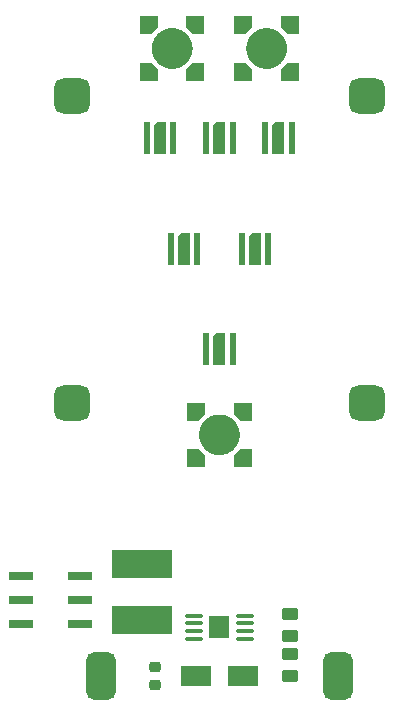
<source format=gbr>
%TF.GenerationSoftware,KiCad,Pcbnew,(6.0.5)*%
%TF.CreationDate,2023-08-08T13:51:24+01:00*%
%TF.ProjectId,Beacon-driver,42656163-6f6e-42d6-9472-697665722e6b,1.0*%
%TF.SameCoordinates,Original*%
%TF.FileFunction,Soldermask,Top*%
%TF.FilePolarity,Negative*%
%FSLAX46Y46*%
G04 Gerber Fmt 4.6, Leading zero omitted, Abs format (unit mm)*
G04 Created by KiCad (PCBNEW (6.0.5)) date 2023-08-08 13:51:24*
%MOMM*%
%LPD*%
G01*
G04 APERTURE LIST*
G04 Aperture macros list*
%AMRoundRect*
0 Rectangle with rounded corners*
0 $1 Rounding radius*
0 $2 $3 $4 $5 $6 $7 $8 $9 X,Y pos of 4 corners*
0 Add a 4 corners polygon primitive as box body*
4,1,4,$2,$3,$4,$5,$6,$7,$8,$9,$2,$3,0*
0 Add four circle primitives for the rounded corners*
1,1,$1+$1,$2,$3*
1,1,$1+$1,$4,$5*
1,1,$1+$1,$6,$7*
1,1,$1+$1,$8,$9*
0 Add four rect primitives between the rounded corners*
20,1,$1+$1,$2,$3,$4,$5,0*
20,1,$1+$1,$4,$5,$6,$7,0*
20,1,$1+$1,$6,$7,$8,$9,0*
20,1,$1+$1,$8,$9,$2,$3,0*%
%AMOutline5P*
0 Free polygon, 5 corners , with rotation*
0 The origin of the aperture is its center*
0 number of corners: always 5*
0 $1 to $10 corner X, Y*
0 $11 Rotation angle, in degrees counterclockwise*
0 create outline with 5 corners*
4,1,5,$1,$2,$3,$4,$5,$6,$7,$8,$9,$10,$1,$2,$11*%
%AMOutline6P*
0 Free polygon, 6 corners , with rotation*
0 The origin of the aperture is its center*
0 number of corners: always 6*
0 $1 to $12 corner X, Y*
0 $13 Rotation angle, in degrees counterclockwise*
0 create outline with 6 corners*
4,1,6,$1,$2,$3,$4,$5,$6,$7,$8,$9,$10,$11,$12,$1,$2,$13*%
%AMOutline7P*
0 Free polygon, 7 corners , with rotation*
0 The origin of the aperture is its center*
0 number of corners: always 7*
0 $1 to $14 corner X, Y*
0 $15 Rotation angle, in degrees counterclockwise*
0 create outline with 7 corners*
4,1,7,$1,$2,$3,$4,$5,$6,$7,$8,$9,$10,$11,$12,$13,$14,$1,$2,$15*%
%AMOutline8P*
0 Free polygon, 8 corners , with rotation*
0 The origin of the aperture is its center*
0 number of corners: always 8*
0 $1 to $16 corner X, Y*
0 $17 Rotation angle, in degrees counterclockwise*
0 create outline with 8 corners*
4,1,8,$1,$2,$3,$4,$5,$6,$7,$8,$9,$10,$11,$12,$13,$14,$15,$16,$1,$2,$17*%
G04 Aperture macros list end*
%ADD10C,3.500000*%
%ADD11RoundRect,0.750000X0.750000X0.750000X-0.750000X0.750000X-0.750000X-0.750000X0.750000X-0.750000X0*%
%ADD12Outline5P,-0.725000X0.725000X0.725000X0.725000X0.725000X-0.725000X-0.290000X-0.725000X-0.725000X-0.290000X90.000000*%
%ADD13Outline5P,-0.725000X0.725000X0.725000X0.725000X0.725000X-0.290000X0.290000X-0.725000X-0.725000X-0.725000X90.000000*%
%ADD14Outline5P,-0.725000X0.725000X0.290000X0.725000X0.725000X0.290000X0.725000X-0.725000X-0.725000X-0.725000X90.000000*%
%ADD15Outline5P,-0.725000X0.290000X-0.290000X0.725000X0.725000X0.725000X0.725000X-0.725000X-0.725000X-0.725000X90.000000*%
%ADD16RoundRect,0.250000X0.450000X-0.262500X0.450000X0.262500X-0.450000X0.262500X-0.450000X-0.262500X0*%
%ADD17RoundRect,0.225000X0.250000X-0.225000X0.250000X0.225000X-0.250000X0.225000X-0.250000X-0.225000X0*%
%ADD18R,2.000000X0.800000*%
%ADD19R,0.520000X2.700000*%
%ADD20Outline5P,-1.350000X0.500000X1.350000X0.500000X1.350000X-0.500000X-1.050000X-0.500000X-1.350000X-0.200000X270.000000*%
%ADD21RoundRect,0.625000X0.625000X1.375000X-0.625000X1.375000X-0.625000X-1.375000X0.625000X-1.375000X0*%
%ADD22R,2.500000X1.800000*%
%ADD23RoundRect,0.100000X0.625000X0.100000X-0.625000X0.100000X-0.625000X-0.100000X0.625000X-0.100000X0*%
%ADD24R,1.680000X1.880000*%
%ADD25R,5.100000X2.400000*%
G04 APERTURE END LIST*
D10*
%TO.C,D21*%
X103582622Y-105415938D02*
G75*
G03*
X103582622Y-105415938I-1000J0D01*
G01*
%TO.C,D22*%
X95582624Y-105415938D02*
G75*
G03*
X95582624Y-105415938I-1000J0D01*
G01*
%TO.C,D20*%
X99582624Y-138119738D02*
G75*
G03*
X99582624Y-138119738I-1000J0D01*
G01*
%TD*%
D11*
%TO.C,VCC*%
X87081623Y-109415939D03*
%TD*%
D12*
%TO.C,D21*%
X101616622Y-103450938D03*
D13*
X101616622Y-107380938D03*
D14*
X105546622Y-107380938D03*
D15*
X105546622Y-103450938D03*
%TD*%
D12*
%TO.C,D22*%
X93616624Y-103450938D03*
D13*
X93616624Y-107380938D03*
D15*
X97546624Y-103450938D03*
D14*
X97546624Y-107380938D03*
%TD*%
D16*
%TO.C,R1*%
X105550000Y-155112500D03*
X105550000Y-153287500D03*
%TD*%
D11*
%TO.C,VCC*%
X112081623Y-109415938D03*
%TD*%
%TO.C,VCC*%
X112081624Y-135415938D03*
%TD*%
D17*
%TO.C,C1*%
X94131623Y-159340938D03*
X94131623Y-157790938D03*
%TD*%
D16*
%TO.C,R2*%
X105550000Y-158512500D03*
X105550000Y-156687500D03*
%TD*%
D18*
%TO.C,SW1*%
X82800000Y-154115938D03*
X82800000Y-152115938D03*
X82800000Y-150115938D03*
X87800000Y-154115938D03*
X87800000Y-152115938D03*
X87800000Y-150115938D03*
%TD*%
D19*
%TO.C,D10*%
X98471623Y-130815938D03*
X100691623Y-130815938D03*
D20*
X99581623Y-130815938D03*
%TD*%
D19*
%TO.C,D13*%
X103471623Y-113015938D03*
X105691623Y-113015938D03*
D20*
X104581623Y-113015938D03*
%TD*%
D11*
%TO.C,VCC*%
X87081624Y-135415938D03*
%TD*%
D21*
%TO.C,GND*%
X89581624Y-158565939D03*
%TD*%
D13*
%TO.C,D20*%
X97616624Y-140084738D03*
D12*
X97616624Y-136154738D03*
D15*
X101546624Y-136154738D03*
D14*
X101546624Y-140084738D03*
%TD*%
D22*
%TO.C,D1*%
X101581623Y-158515938D03*
X97581623Y-158515938D03*
%TD*%
D19*
%TO.C,D14*%
X98471623Y-113015938D03*
X100691623Y-113015938D03*
D20*
X99581623Y-113015938D03*
%TD*%
D19*
%TO.C,D11*%
X101471624Y-122415939D03*
X103691624Y-122415939D03*
D20*
X102581624Y-122415939D03*
%TD*%
D23*
%TO.C,IC1*%
X101731623Y-155390938D03*
X101731623Y-154740938D03*
X101731623Y-154090938D03*
X101731623Y-153440938D03*
X97431623Y-153440938D03*
X97431623Y-154090938D03*
X97431623Y-154740938D03*
X97431623Y-155390938D03*
D24*
X99581623Y-154415938D03*
%TD*%
D21*
%TO.C,VCC*%
X109581624Y-158565939D03*
%TD*%
D19*
%TO.C,D15*%
X93471624Y-113015938D03*
X95691624Y-113015938D03*
D20*
X94581624Y-113015938D03*
%TD*%
D19*
%TO.C,D12*%
X95471624Y-122415938D03*
X97691624Y-122415938D03*
D20*
X96581624Y-122415938D03*
%TD*%
D25*
%TO.C,L1*%
X93031623Y-149065938D03*
X93031623Y-153765938D03*
%TD*%
M02*

</source>
